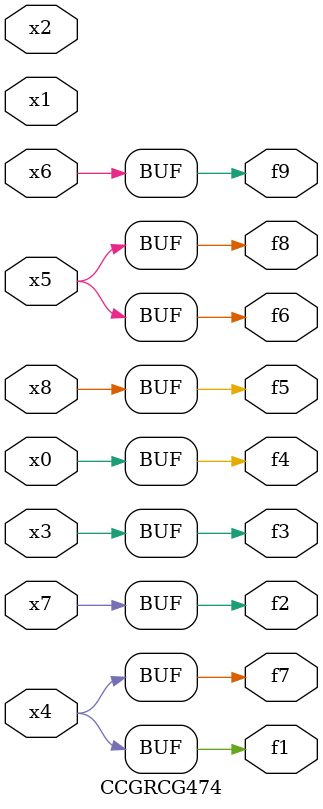
<source format=v>
module CCGRCG474(
	input x0, x1, x2, x3, x4, x5, x6, x7, x8,
	output f1, f2, f3, f4, f5, f6, f7, f8, f9
);
	assign f1 = x4;
	assign f2 = x7;
	assign f3 = x3;
	assign f4 = x0;
	assign f5 = x8;
	assign f6 = x5;
	assign f7 = x4;
	assign f8 = x5;
	assign f9 = x6;
endmodule

</source>
